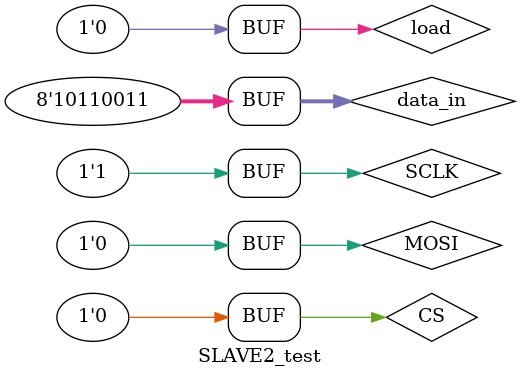
<source format=v>
module SLAVE2_test;
reg MOSI, SCLK, CS, load;
reg [7:0]data_in;	
wire MISO;
wire done;
wire [7:0]rx;

SLAVE2 ins(MOSI, SCLK, CS, load, data_in, MISO, done, rx);
parameter mode = 2'd3; //[CPOL, CPHA]
initial begin
CS=1;
load=0;
SCLK= mode[1];
MOSI= 0;
data_in= 0;

#10 CS= 0;
#10 data_in= 8'b10110011;
#10 load= 1;
#10 load= 0;

if(mode[0])
#10 SCLK= ~SCLK;
MOSI= 1;
#10 SCLK= ~SCLK;
#10 SCLK= ~SCLK;
MOSI= 1;
#10 SCLK= ~SCLK;
#10 SCLK= ~SCLK;
MOSI= 0;
#10 SCLK= ~SCLK;
#10 SCLK= ~SCLK;
MOSI= 0;
#10 SCLK= ~SCLK;
#10 SCLK= ~SCLK;
MOSI= 1;
#10 SCLK= ~SCLK;
#10 SCLK= ~SCLK;
MOSI= 0;
#10 SCLK= ~SCLK;
#10 SCLK= ~SCLK;
MOSI= 1;
#10 SCLK= ~SCLK;
#10 SCLK= ~SCLK;
MOSI= 0;
#10 SCLK= ~SCLK;
if(!mode[0])
#10 SCLK= ~SCLK;
#20;
end
endmodule


</source>
